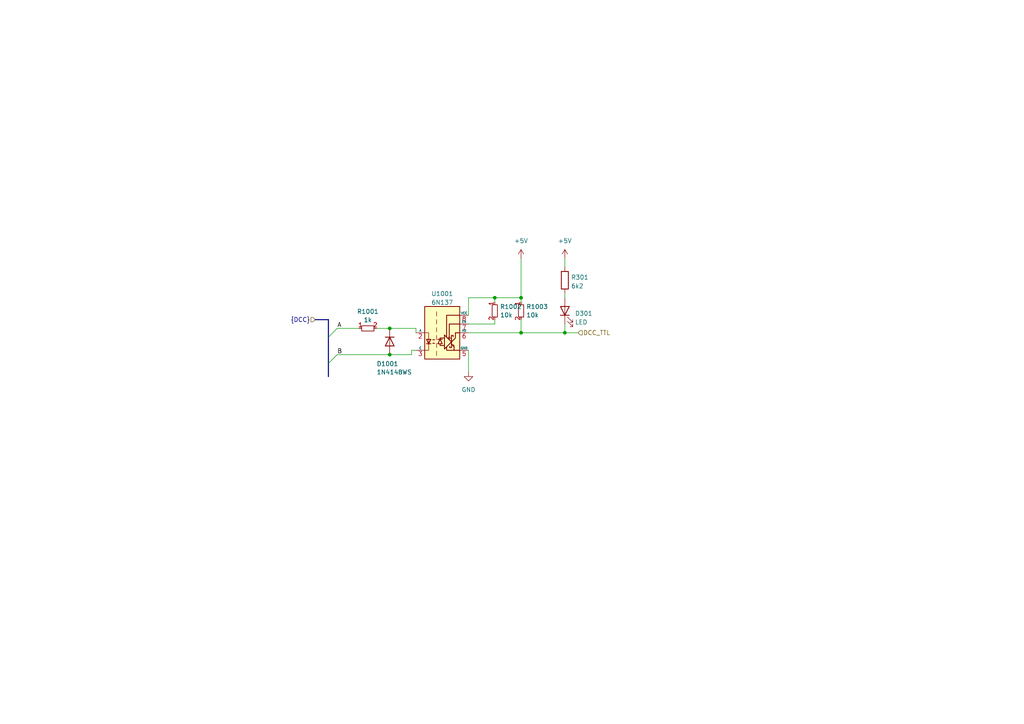
<source format=kicad_sch>
(kicad_sch (version 20231120) (generator "eeschema") (generator_version "8.0")
  (paper "A4")
  (lib_symbols
    (symbol "Device:LED" (pin_numbers hide) (pin_names (offset 1.016) hide)
      (property "Reference" "D" (at 0 2.54 0))
      (property "Value" "LED" (at 0 -2.54 0))
      (symbol "LED_0_1"
        (polyline (pts (xy -1.27 -1.27) (xy -1.27 1.27)) (stroke (width 0.254)))
        (polyline (pts (xy -1.27 0) (xy 1.27 0)))
        (polyline (pts (xy 1.27 -1.27) (xy 1.27 1.27) (xy -1.27 0) (xy 1.27 -1.27)) (stroke (width 0.254)))
        (polyline (pts (xy -3.048 -0.762) (xy -4.572 -2.286) (xy -3.81 -2.286) (xy -4.572 -2.286) (xy -4.572 -1.524)))
        (polyline (pts (xy -1.778 -0.762) (xy -3.302 -2.286) (xy -2.54 -2.286) (xy -3.302 -2.286) (xy -3.302 -1.524)))
      )
      (symbol "LED_1_1"
        (pin passive line (at -3.81 0 0) (length 2.54) (name "K") (number "1"))
        (pin passive line (at 3.81 0 180) (length 2.54) (name "A") (number "2"))
      )
    )
    (symbol "Device:R" (pin_numbers hide) (pin_names (offset 0))
      (property "Reference" "R" (at 2.032 0 90))
      (property "Value" "R" (at 0 0 90))
      (symbol "R_0_1"
        (rectangle (start -1.016 -2.54) (end 1.016 2.54) (stroke (width 0.254)))
      )
      (symbol "R_1_1"
        (pin passive line (at 0 3.81 270) (length 1.27) (name "~") (number "1"))
        (pin passive line (at 0 -3.81 90) (length 1.27) (name "~") (number "2"))
      )
    )
    (symbol "Isolator:6N137" (pin_names (offset 0))
      (property "Reference" "U" (at -4.064 8.89 0))
      (property "Value" "6N137" (at 0 -8.89 0))
      (symbol "6N137_0_1"
        (polyline (pts (xy 2.667 -3.556) (xy 2.667 -1.651)) (stroke (width 0.254)))
        (polyline (pts (xy 2.667 -2.159) (xy 2.667 -2.921)) (stroke (width 0.254)))
        (polyline (pts (xy 3.429 -3.937) (xy 3.429 -5.08)) (stroke (width 0.254)))
        (polyline (pts (xy -0.635 -3.302) (xy -0.635 -3.683) (xy 0.635 -3.683)) (stroke (width 0.254)))
        (polyline (pts (xy -0.635 -1.905) (xy -0.635 -1.524) (xy 0.508 -1.524)) (stroke (width 0.254)))
        (polyline (pts (xy 1.27 -4.064) (xy 1.27 -5.08) (xy 5.08 -5.08)) (stroke (width 0.254)))
        (polyline (pts (xy 1.27 -1.27) (xy 1.27 5.08) (xy 5.08 5.08)) (stroke (width 0.254)))
        (polyline (pts (xy 2.032 -1.27) (xy 2.032 2.54) (xy 5.08 2.54)) (stroke (width 0.254)))
        (polyline (pts (xy -5.08 -5.08) (xy -3.937 -5.08) (xy -3.937 0) (xy -5.08 0)))
        (polyline (pts (xy 2.667 -3.302) (xy 2.667 -4.318) (xy 2.159 -4.318) (xy 2.159 -3.937)) (stroke (width 0.254)))
        (polyline (pts (xy 2.667 -2.667) (xy 0.635 -4.699) (xy 0.635 -0.635) (xy 2.667 -2.667)) (stroke (width 0.254)))
        (polyline (pts (xy 2.667 -1.778) (xy 2.667 -0.762) (xy 3.175 -0.762) (xy 3.175 -1.143)) (stroke (width 0.254)))
        (polyline (pts (xy 2.794 -2.54) (xy 3.81 -1.524) (xy 3.81 0) (xy 5.08 0)) (stroke (width 0.254)))
        (polyline (pts (xy 2.667 -3.175) (xy 3.429 -3.937) (xy 3.302 -3.556) (xy 3.048 -3.81) (xy 3.429 -3.937)) (stroke (width 0.254)))
        (circle (center 2.032 -1.524) (radius 0.254) (stroke (width 0.254)))
      )
      (symbol "6N137_1_1"
        (rectangle (start -5.08 7.62) (end 5.08 -7.62) (stroke (width 0.254)) (fill (type background)))
        (polyline (pts (xy -4.572 -3.175) (xy -3.302 -3.175)) (stroke (width 0.254)))
        (polyline (pts (xy -1.651 -5.334) (xy -1.651 -6.604)))
        (polyline (pts (xy -1.651 -3.048) (xy -1.651 -4.318)))
        (polyline (pts (xy -1.651 -0.762) (xy -1.651 -2.032)))
        (polyline (pts (xy -1.651 1.524) (xy -1.651 0.254)))
        (polyline (pts (xy -1.651 3.81) (xy -1.651 2.54)))
        (polyline (pts (xy -1.651 6.096) (xy -1.651 4.826)))
        (polyline (pts (xy -1.27 -1.905) (xy 0 -1.905)) (stroke (width 0.254)))
        (polyline (pts (xy -3.937 -3.175) (xy -4.572 -1.905) (xy -3.302 -1.905) (xy -3.937 -3.175)) (stroke (width 0.254)))
        (polyline (pts (xy -0.635 -1.905) (xy -1.27 -3.175) (xy 0 -3.175) (xy -0.635 -1.905)) (stroke (width 0.254)))
        (polyline (pts (xy -2.921 -3.048) (xy -2.159 -3.048) (xy -2.54 -3.175) (xy -2.54 -2.921) (xy -2.159 -3.048)) (stroke (width 0.127)))
        (polyline (pts (xy -2.921 -2.032) (xy -2.159 -2.032) (xy -2.54 -2.159) (xy -2.54 -1.905) (xy -2.159 -2.032)) (stroke (width 0.127)))
        (pin no_connect line (at -5.08 5.08 0) (length 2.54) hide (name "NC") (number "1"))
        (pin passive line (at -7.62 0 0) (length 2.54) (name "A") (number "2"))
        (pin passive line (at -7.62 -5.08 0) (length 2.54) (name "C") (number "3"))
        (pin power_in line (at 7.62 -5.08 180) (length 2.54) (name "GND") (number "5"))
        (pin open_collector line (at 7.62 0 180) (length 2.54) (name "VO") (number "6"))
        (pin input line (at 7.62 2.54 180) (length 2.54) (name "EN") (number "7"))
        (pin power_in line (at 7.62 5.08 180) (length 2.54) (name "VCC") (number "8"))
      )
    )
    (symbol "custom_kicad_lib_sk:1N4148WS" (pin_numbers hide) (pin_names hide)
      (property "Reference" "D" (at 0 2.54 0))
      (property "Value" "1N4148WS" (at 0 -2.54 0))
      (symbol "1N4148WS_0_1"
        (polyline (pts (xy -1.27 1.27) (xy -1.27 -1.27)) (stroke (width 0.254)))
        (polyline (pts (xy 1.27 0) (xy -1.27 0)))
        (polyline (pts (xy 1.27 1.27) (xy 1.27 -1.27) (xy -1.27 0) (xy 1.27 1.27)) (stroke (width 0.254)))
      )
      (symbol "1N4148WS_1_1"
        (pin passive line (at -3.81 0 0) (length 2.54) (name "K") (number "1"))
        (pin passive line (at 3.81 0 180) (length 2.54) (name "A") (number "2"))
      )
    )
    (symbol "power:+5V" (power) (pin_names (offset 0))
      (property "Value" "+5V" (at 0 3.556 0))
      (symbol "+5V_0_1"
        (polyline (pts (xy -0.762 1.27) (xy 0 2.54)))
        (polyline (pts (xy 0 0) (xy 0 2.54)))
        (polyline (pts (xy 0 2.54) (xy 0.762 1.27)))
      )
      (symbol "+5V_1_1"
        (pin power_in line (at 0 0 90) (length 0) hide (name "+5V") (number "1"))
      )
    )
    (symbol "power:GND" (power) (pin_names (offset 0))
      (property "Value" "GND" (at 0 -3.81 0))
      (symbol "GND_0_1"
        (polyline (pts (xy 0 0) (xy 0 -1.27) (xy 1.27 -1.27) (xy 0 -2.54) (xy -1.27 -1.27) (xy 0 -1.27)))
      )
      (symbol "GND_1_1"
        (pin power_in line (at 0 0 270) (length 0) hide (name "GND") (number "1"))
      )
    )
    (symbol "resistors_0603:R_10k_0603"
      (property "Reference" "R" (at 1.27 2.54 0))
      (property "Value" "10k" (at 2.54 -2.54 0))
      (symbol "R_10k_0603_0_1"
        (rectangle (start -0.762 1.778) (end 0.762 -1.778) (stroke (width 0.2032)))
      )
      (symbol "R_10k_0603_1_1"
        (pin passive line (at 0 2.54 270) (length 0.762) (name "~") (number "1"))
        (pin passive line (at 0 -2.54 90) (length 0.762) (name "~") (number "2"))
      )
    )
    (symbol "resistors_0603:R_1k_0603"
      (property "Reference" "R" (at 1.27 2.54 0))
      (property "Value" "1k" (at 2.54 -2.54 0))
      (symbol "R_1k_0603_0_1"
        (rectangle (start -0.762 1.778) (end 0.762 -1.778) (stroke (width 0.2032)))
      )
      (symbol "R_1k_0603_1_1"
        (pin passive line (at 0 2.54 270) (length 0.762) (name "~") (number "1"))
        (pin passive line (at 0 -2.54 90) (length 0.762) (name "~") (number "2"))
      )
    )
  )
  (junction (at 163.83 96.52))
  (junction (at 151.13 96.52))
  (junction (at 151.13 86.36))
  (junction (at 113.03 102.87))
  (junction (at 143.51 86.36))
  (junction (at 113.03 95.25))
  (bus_entry (at 95.25 97.79) (size 2.54 -2.54))
  (bus_entry (at 95.25 105.41) (size 2.54 -2.54))
  (wire (pts (xy 151.13 74.93) (xy 151.13 86.36)))
  (wire (pts (xy 135.89 101.6) (xy 135.89 107.95)))
  (wire (pts (xy 143.51 86.36) (xy 151.13 86.36)))
  (wire (pts (xy 163.83 93.98) (xy 163.83 96.52)))
  (wire (pts (xy 143.51 86.36) (xy 143.51 87.63)))
  (wire (pts (xy 151.13 96.52) (xy 163.83 96.52)))
  (wire (pts (xy 97.79 102.87) (xy 113.03 102.87)))
  (wire (pts (xy 135.89 96.52) (xy 151.13 96.52)))
  (bus (pts (xy 95.25 97.79) (xy 95.25 92.71)))
  (wire (pts (xy 113.03 102.87) (xy 119.38 102.87)))
  (wire (pts (xy 143.51 92.71) (xy 143.51 93.98)))
  (wire (pts (xy 163.83 74.93) (xy 163.83 77.47)))
  (wire (pts (xy 119.38 101.6) (xy 119.38 102.87)))
  (wire (pts (xy 163.83 85.09) (xy 163.83 86.36)))
  (wire (pts (xy 120.65 96.52) (xy 120.65 95.25)))
  (wire (pts (xy 163.83 96.52) (xy 167.64 96.52)))
  (wire (pts (xy 135.89 93.98) (xy 143.51 93.98)))
  (wire (pts (xy 135.89 86.36) (xy 143.51 86.36)))
  (wire (pts (xy 135.89 91.44) (xy 135.89 86.36)))
  (wire (pts (xy 97.79 95.25) (xy 104.14 95.25)))
  (bus (pts (xy 95.25 105.41) (xy 95.25 97.79)))
  (bus (pts (xy 91.44 92.71) (xy 95.25 92.71)))
  (wire (pts (xy 151.13 86.36) (xy 151.13 87.63)))
  (wire (pts (xy 151.13 92.71) (xy 151.13 96.52)))
  (wire (pts (xy 120.65 101.6) (xy 119.38 101.6)))
  (wire (pts (xy 113.03 95.25) (xy 120.65 95.25)))
  (bus (pts (xy 95.25 109.22) (xy 95.25 105.41)))
  (wire (pts (xy 109.22 95.25) (xy 113.03 95.25)))
  (label "B" (at 97.79 102.87 0))
  (label "A" (at 97.79 95.25 0))
  (hierarchical_label "{DCC}" (shape input) (at 91.44 92.71 180))
  (hierarchical_label "DCC_TTL" (shape input) (at 167.64 96.52 0))
  (symbol (lib_id "power:+5V") (at 163.83 74.93 0) (unit 1)
    (property "Reference" "#PWR01054" (effects (hide yes)))
    (property "Value" "+5V" (at 163.83 69.85 0))
  )
  (symbol (lib_id "Device:R") (at 163.83 81.28 0) (unit 1)
    (property "Reference" "R301" (at 165.608 80.4453 0) (effects (justify left)))
    (property "Value" "6k2" (at 165.608 82.9822 0) (effects (justify left)))
    (property "Footprint" "Resistor_SMD:R_0603_1608Metric_Pad0.98x0.95mm_HandSolder" (effects (hide yes)))
    (property "JLCPCB Part#" "C4260" (effects (hide yes)))
  )
  (symbol (lib_id "Device:LED") (at 163.83 90.17 90) (unit 1)
    (property "Reference" "D301" (at 166.751 90.9228 90) (effects (justify right)))
    (property "Value" "LED" (at 166.751 93.4597 90) (effects (justify right)))
    (property "Footprint" "LED_SMD:LED_0805_2012Metric_Pad1.15x1.40mm_HandSolder" (effects (hide yes)))
    (property "JLCPCB Part#" "C84256" (effects (hide yes)))
  )
  (symbol (lib_id "power:GND") (at 135.89 107.95 0) (unit 1)
    (property "Reference" "#PWR0301" (effects (hide yes)))
    (property "Value" "GND" (at 135.89 113.03 0))
  )
  (symbol (lib_id "power:+5V") (at 151.13 74.93 0) (unit 1)
    (property "Reference" "#PWR0302" (effects (hide yes)))
    (property "Value" "+5V" (at 151.13 69.85 0))
  )
  (symbol (lib_id "resistors_0603:R_10k_0603") (at 143.51 90.17 0) (unit 1)
    (property "Reference" "R1002" (at 145.0086 88.9579 0) (effects (justify left)))
    (property "Value" "10k" (at 145.0086 91.3821 0) (effects (justify left)))
    (property "Footprint" "custom_kicad_lib_sk:R_0603_smalltext" (effects (hide yes)))
    (property "JLCPCB Part#" "C25804" (effects (hide yes)))
  )
  (symbol (lib_id "resistors_0603:R_10k_0603") (at 151.13 90.17 0) (unit 1)
    (property "Reference" "R1003" (at 152.6286 88.9579 0) (effects (justify left)))
    (property "Value" "10k" (at 152.6286 91.3821 0) (effects (justify left)))
    (property "Footprint" "custom_kicad_lib_sk:R_0603_smalltext" (effects (hide yes)))
    (property "JLCPCB Part#" "C25804" (effects (hide yes)))
  )
  (symbol (lib_id "custom_kicad_lib_sk:1N4148WS") (at 113.03 99.06 270) (unit 1)
    (property "Reference" "D1001" (at 109.22 105.5258 90) (effects (justify left)))
    (property "Value" "1N4148WS" (at 109.22 107.95 90) (effects (justify left)))
    (property "Footprint" "Diode_SMD:D_SOD-323" (effects (hide yes)))
    (property "Datasheet" "https://www.vishay.com/docs/85751/1n4148ws.pdf" (effects (hide yes)))
    (property "Sim.Device" "D" (effects (hide yes)))
    (property "Sim.Pins" "1=K 2=A" (effects (hide yes)))
    (property "JLCPCB Part#" "C2128" (effects (hide yes)))
  )
  (symbol (lib_id "resistors_0603:R_1k_0603") (at 106.68 95.25 90) (unit 1)
    (property "Reference" "R1001" (at 106.68 90.3691 90))
    (property "Value" "1k" (at 106.68 92.7933 90))
    (property "Footprint" "custom_kicad_lib_sk:R_0603_smalltext" (effects (hide yes)))
    (property "JLCPCB Part#" "C21190" (effects (hide yes)))
  )
  (symbol (lib_id "Isolator:6N137") (at 128.27 96.52 0) (unit 1)
    (property "Reference" "U1001" (at 128.27 85.2002 0))
    (property "Value" "6N137" (at 128.27 87.7371 0))
    (property "Footprint" "Package_SO:SOP-8_6.62x9.15mm_P2.54mm" (effects (hide yes)))
    (property "Datasheet" "https://datasheet.lcsc.com/szlcsc/1908282202_Everlight-Elec-6N137S1-TA_C110020.pdf" (effects (hide yes)))
    (property "JLCPCB Part#" "C110020" (effects (hide yes)))
    (instances (project "DCC" (path "" (reference "U1001") (unit 1))) (project "servoDecoderInCabinet" (path "" (reference "U1001") (unit 1))) (project "general_schematics" (path "" (reference "U701") (unit 1))))
  )
)
</source>
